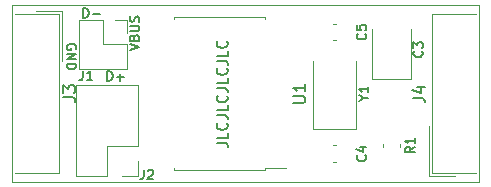
<source format=gto>
G04 #@! TF.GenerationSoftware,KiCad,Pcbnew,(5.1.0-1348-g4ca769472)*
G04 #@! TF.CreationDate,2019-07-24T13:26:59+02:00*
G04 #@! TF.ProjectId,USB Joystick Adapter 'SINCHAI' (SMD Version),55534220-4a6f-4797-9374-69636b204164,1.0*
G04 #@! TF.SameCoordinates,Original*
G04 #@! TF.FileFunction,Legend,Top*
G04 #@! TF.FilePolarity,Positive*
%FSLAX46Y46*%
G04 Gerber Fmt 4.6, Leading zero omitted, Abs format (unit mm)*
G04 Created by KiCad (PCBNEW (5.1.0-1348-g4ca769472)) date 2019-07-24 13:26:59*
%MOMM*%
%LPD*%
G04 APERTURE LIST*
%ADD10C,0.150000*%
%ADD11C,0.090000*%
%ADD12C,0.120000*%
G04 APERTURE END LIST*
D10*
X130032662Y-106475962D02*
X130675520Y-106475962D01*
X130804091Y-106518820D01*
X130889805Y-106604534D01*
X130932662Y-106733105D01*
X130932662Y-106818820D01*
X130932662Y-105618820D02*
X130932662Y-106047391D01*
X130032662Y-106047391D01*
X130846948Y-104804534D02*
X130889805Y-104847391D01*
X130932662Y-104975962D01*
X130932662Y-105061677D01*
X130889805Y-105190248D01*
X130804091Y-105275962D01*
X130718377Y-105318820D01*
X130546948Y-105361677D01*
X130418377Y-105361677D01*
X130246948Y-105318820D01*
X130161234Y-105275962D01*
X130075520Y-105190248D01*
X130032662Y-105061677D01*
X130032662Y-104975962D01*
X130075520Y-104847391D01*
X130118377Y-104804534D01*
X130032662Y-104161677D02*
X130675520Y-104161677D01*
X130804091Y-104204534D01*
X130889805Y-104290248D01*
X130932662Y-104418820D01*
X130932662Y-104504534D01*
X130932662Y-103304534D02*
X130932662Y-103733105D01*
X130032662Y-103733105D01*
X130846948Y-102490248D02*
X130889805Y-102533105D01*
X130932662Y-102661677D01*
X130932662Y-102747391D01*
X130889805Y-102875962D01*
X130804091Y-102961677D01*
X130718377Y-103004534D01*
X130546948Y-103047391D01*
X130418377Y-103047391D01*
X130246948Y-103004534D01*
X130161234Y-102961677D01*
X130075520Y-102875962D01*
X130032662Y-102747391D01*
X130032662Y-102661677D01*
X130075520Y-102533105D01*
X130118377Y-102490248D01*
X130032662Y-101847391D02*
X130675520Y-101847391D01*
X130804091Y-101890248D01*
X130889805Y-101975962D01*
X130932662Y-102104534D01*
X130932662Y-102190248D01*
X130932662Y-100990248D02*
X130932662Y-101418820D01*
X130032662Y-101418820D01*
X130846948Y-100175962D02*
X130889805Y-100218820D01*
X130932662Y-100347391D01*
X130932662Y-100433105D01*
X130889805Y-100561677D01*
X130804091Y-100647391D01*
X130718377Y-100690248D01*
X130546948Y-100733105D01*
X130418377Y-100733105D01*
X130246948Y-100690248D01*
X130161234Y-100647391D01*
X130075520Y-100561677D01*
X130032662Y-100433105D01*
X130032662Y-100347391D01*
X130075520Y-100218820D01*
X130118377Y-100175962D01*
X130032662Y-99533105D02*
X130675520Y-99533105D01*
X130804091Y-99575962D01*
X130889805Y-99661677D01*
X130932662Y-99790248D01*
X130932662Y-99875962D01*
X130932662Y-98675962D02*
X130932662Y-99104534D01*
X130032662Y-99104534D01*
X130846948Y-97861677D02*
X130889805Y-97904534D01*
X130932662Y-98033105D01*
X130932662Y-98118820D01*
X130889805Y-98247391D01*
X130804091Y-98333105D01*
X130718377Y-98375962D01*
X130546948Y-98418820D01*
X130418377Y-98418820D01*
X130246948Y-98375962D01*
X130161234Y-98333105D01*
X130075520Y-98247391D01*
X130032662Y-98118820D01*
X130032662Y-98033105D01*
X130075520Y-97904534D01*
X130118377Y-97861677D01*
D11*
X152200000Y-109800000D02*
X112700000Y-109800000D01*
X152200000Y-94800000D02*
X152200000Y-109800000D01*
X112700000Y-94800000D02*
X152200000Y-94800000D01*
X112700000Y-94800000D02*
X112700000Y-109800000D01*
D10*
X118700638Y-95891304D02*
X118700638Y-95091304D01*
X118891114Y-95091304D01*
X119005400Y-95129400D01*
X119081590Y-95205590D01*
X119119685Y-95281780D01*
X119157780Y-95434161D01*
X119157780Y-95548447D01*
X119119685Y-95700828D01*
X119081590Y-95777019D01*
X119005400Y-95853209D01*
X118891114Y-95891304D01*
X118700638Y-95891304D01*
X119500638Y-95586542D02*
X120110161Y-95586542D01*
X118078200Y-98552076D02*
X118116295Y-98475885D01*
X118116295Y-98361600D01*
X118078200Y-98247314D01*
X118002009Y-98171123D01*
X117925819Y-98133028D01*
X117773438Y-98094933D01*
X117659152Y-98094933D01*
X117506771Y-98133028D01*
X117430580Y-98171123D01*
X117354390Y-98247314D01*
X117316295Y-98361600D01*
X117316295Y-98437790D01*
X117354390Y-98552076D01*
X117392485Y-98590171D01*
X117659152Y-98590171D01*
X117659152Y-98437790D01*
X117316295Y-98933028D02*
X118116295Y-98933028D01*
X117316295Y-99390171D01*
X118116295Y-99390171D01*
X117316295Y-99771123D02*
X118116295Y-99771123D01*
X118116295Y-99961600D01*
X118078200Y-100075885D01*
X118002009Y-100152076D01*
X117925819Y-100190171D01*
X117773438Y-100228266D01*
X117659152Y-100228266D01*
X117506771Y-100190171D01*
X117430580Y-100152076D01*
X117354390Y-100075885D01*
X117316295Y-99961600D01*
X117316295Y-99771123D01*
X120732638Y-101225304D02*
X120732638Y-100425304D01*
X120923114Y-100425304D01*
X121037400Y-100463400D01*
X121113590Y-100539590D01*
X121151685Y-100615780D01*
X121189780Y-100768161D01*
X121189780Y-100882447D01*
X121151685Y-101034828D01*
X121113590Y-101111019D01*
X121037400Y-101187209D01*
X120923114Y-101225304D01*
X120732638Y-101225304D01*
X121532638Y-100920542D02*
X122142161Y-100920542D01*
X121837400Y-101225304D02*
X121837400Y-100615780D01*
X122650304Y-98621666D02*
X123450304Y-98355000D01*
X122650304Y-98088333D01*
X123031257Y-97555000D02*
X123069352Y-97440714D01*
X123107447Y-97402619D01*
X123183638Y-97364523D01*
X123297923Y-97364523D01*
X123374114Y-97402619D01*
X123412209Y-97440714D01*
X123450304Y-97516904D01*
X123450304Y-97821666D01*
X122650304Y-97821666D01*
X122650304Y-97555000D01*
X122688400Y-97478809D01*
X122726495Y-97440714D01*
X122802685Y-97402619D01*
X122878876Y-97402619D01*
X122955066Y-97440714D01*
X122993161Y-97478809D01*
X123031257Y-97555000D01*
X123031257Y-97821666D01*
X122650304Y-97021666D02*
X123297923Y-97021666D01*
X123374114Y-96983571D01*
X123412209Y-96945476D01*
X123450304Y-96869285D01*
X123450304Y-96716904D01*
X123412209Y-96640714D01*
X123374114Y-96602619D01*
X123297923Y-96564523D01*
X122650304Y-96564523D01*
X123412209Y-96221666D02*
X123450304Y-96107380D01*
X123450304Y-95916904D01*
X123412209Y-95840714D01*
X123374114Y-95802619D01*
X123297923Y-95764523D01*
X123221733Y-95764523D01*
X123145542Y-95802619D01*
X123107447Y-95840714D01*
X123069352Y-95916904D01*
X123031257Y-96069285D01*
X122993161Y-96145476D01*
X122955066Y-96183571D01*
X122878876Y-96221666D01*
X122802685Y-96221666D01*
X122726495Y-96183571D01*
X122688400Y-96145476D01*
X122650304Y-96069285D01*
X122650304Y-95878809D01*
X122688400Y-95764523D01*
D12*
X130238000Y-95788000D02*
X126378000Y-95788000D01*
X126378000Y-95788000D02*
X126378000Y-96023000D01*
X130238000Y-95788000D02*
X134098000Y-95788000D01*
X134098000Y-95788000D02*
X134098000Y-96023000D01*
X130238000Y-108808000D02*
X126378000Y-108808000D01*
X126378000Y-108808000D02*
X126378000Y-108573000D01*
X130238000Y-108808000D02*
X134098000Y-108808000D01*
X134098000Y-108808000D02*
X134098000Y-108573000D01*
X134098000Y-108573000D02*
X135913000Y-108573000D01*
X151940000Y-95576667D02*
X148200000Y-95576667D01*
X148200000Y-95576667D02*
X148200000Y-109023333D01*
X148200000Y-109023333D02*
X151940000Y-109023333D01*
X150200000Y-109263333D02*
X147960000Y-109263333D01*
X147960000Y-109263333D02*
X147960000Y-105070000D01*
X112960000Y-109023333D02*
X116700000Y-109023333D01*
X116700000Y-109023333D02*
X116700000Y-95576667D01*
X116700000Y-95576667D02*
X112960000Y-95576667D01*
X114700000Y-95336667D02*
X116940000Y-95336667D01*
X116940000Y-95336667D02*
X116940000Y-99530000D01*
X139850000Y-106690000D02*
X140150000Y-106690000D01*
X139850000Y-108110000D02*
X140150000Y-108110000D01*
X139850000Y-96390000D02*
X140150000Y-96390000D01*
X139850000Y-97810000D02*
X140150000Y-97810000D01*
X144090000Y-106550000D02*
X144090000Y-106850000D01*
X145510000Y-106550000D02*
X145510000Y-106850000D01*
X146460000Y-101070000D02*
X146460000Y-96850000D01*
X143140000Y-101070000D02*
X146460000Y-101070000D01*
X143140000Y-96850000D02*
X143140000Y-101070000D01*
X122456000Y-96090800D02*
X122456000Y-97150800D01*
X121396000Y-96090800D02*
X122456000Y-96090800D01*
X122456000Y-98150800D02*
X122456000Y-100210800D01*
X120396000Y-98150800D02*
X122456000Y-98150800D01*
X120396000Y-96090800D02*
X120396000Y-98150800D01*
X122456000Y-100210800D02*
X118336000Y-100210800D01*
X120396000Y-96090800D02*
X118336000Y-96090800D01*
X118336000Y-96090800D02*
X118336000Y-100210800D01*
X141778000Y-105296000D02*
X141778000Y-99546000D01*
X138178000Y-105296000D02*
X141778000Y-105296000D01*
X138178000Y-99546000D02*
X138178000Y-105296000D01*
X123326000Y-109331000D02*
X121996000Y-109331000D01*
X123326000Y-108001000D02*
X123326000Y-109331000D01*
X120726000Y-109331000D02*
X118126000Y-109331000D01*
X120726000Y-106731000D02*
X120726000Y-109331000D01*
X123326000Y-106731000D02*
X120726000Y-106731000D01*
X118126000Y-109331000D02*
X118126000Y-101591000D01*
X123326000Y-106731000D02*
X123326000Y-101591000D01*
X123326000Y-101591000D02*
X118126000Y-101591000D01*
D10*
X136500620Y-103088344D02*
X137310144Y-103088344D01*
X137405382Y-103040725D01*
X137453001Y-102993106D01*
X137500620Y-102897868D01*
X137500620Y-102707392D01*
X137453001Y-102612154D01*
X137405382Y-102564535D01*
X137310144Y-102516916D01*
X136500620Y-102516916D01*
X137500620Y-101516916D02*
X137500620Y-102088344D01*
X137500620Y-101802630D02*
X136500620Y-101802630D01*
X136643478Y-101897868D01*
X136738716Y-101993106D01*
X136786335Y-102088344D01*
X146617440Y-102680093D02*
X147331726Y-102680093D01*
X147474583Y-102727712D01*
X147569821Y-102822950D01*
X147617440Y-102965807D01*
X147617440Y-103061045D01*
X146950774Y-101775331D02*
X147617440Y-101775331D01*
X146569821Y-102013426D02*
X147284107Y-102251521D01*
X147284107Y-101632474D01*
X117039140Y-102619133D02*
X117753426Y-102619133D01*
X117896283Y-102666752D01*
X117991521Y-102761990D01*
X118039140Y-102904847D01*
X118039140Y-103000085D01*
X117039140Y-102238180D02*
X117039140Y-101619133D01*
X117420093Y-101952466D01*
X117420093Y-101809609D01*
X117467712Y-101714371D01*
X117515331Y-101666752D01*
X117610569Y-101619133D01*
X117848664Y-101619133D01*
X117943902Y-101666752D01*
X117991521Y-101714371D01*
X118039140Y-101809609D01*
X118039140Y-102095323D01*
X117991521Y-102190561D01*
X117943902Y-102238180D01*
X142585714Y-107533333D02*
X142623809Y-107571428D01*
X142661904Y-107685714D01*
X142661904Y-107761904D01*
X142623809Y-107876190D01*
X142547619Y-107952380D01*
X142471428Y-107990476D01*
X142319047Y-108028571D01*
X142204761Y-108028571D01*
X142052380Y-107990476D01*
X141976190Y-107952380D01*
X141900000Y-107876190D01*
X141861904Y-107761904D01*
X141861904Y-107685714D01*
X141900000Y-107571428D01*
X141938095Y-107533333D01*
X142128571Y-106847619D02*
X142661904Y-106847619D01*
X141823809Y-107038095D02*
X142395238Y-107228571D01*
X142395238Y-106733333D01*
X142585714Y-97233333D02*
X142623809Y-97271428D01*
X142661904Y-97385714D01*
X142661904Y-97461904D01*
X142623809Y-97576190D01*
X142547619Y-97652380D01*
X142471428Y-97690476D01*
X142319047Y-97728571D01*
X142204761Y-97728571D01*
X142052380Y-97690476D01*
X141976190Y-97652380D01*
X141900000Y-97576190D01*
X141861904Y-97461904D01*
X141861904Y-97385714D01*
X141900000Y-97271428D01*
X141938095Y-97233333D01*
X141861904Y-96509523D02*
X141861904Y-96890476D01*
X142242857Y-96928571D01*
X142204761Y-96890476D01*
X142166666Y-96814285D01*
X142166666Y-96623809D01*
X142204761Y-96547619D01*
X142242857Y-96509523D01*
X142319047Y-96471428D01*
X142509523Y-96471428D01*
X142585714Y-96509523D01*
X142623809Y-96547619D01*
X142661904Y-96623809D01*
X142661904Y-96814285D01*
X142623809Y-96890476D01*
X142585714Y-96928571D01*
X146761904Y-106833333D02*
X146380952Y-107100000D01*
X146761904Y-107290476D02*
X145961904Y-107290476D01*
X145961904Y-106985714D01*
X146000000Y-106909523D01*
X146038095Y-106871428D01*
X146114285Y-106833333D01*
X146228571Y-106833333D01*
X146304761Y-106871428D01*
X146342857Y-106909523D01*
X146380952Y-106985714D01*
X146380952Y-107290476D01*
X146761904Y-106071428D02*
X146761904Y-106528571D01*
X146761904Y-106300000D02*
X145961904Y-106300000D01*
X146076190Y-106376190D01*
X146152380Y-106452380D01*
X146190476Y-106528571D01*
X147385714Y-98733333D02*
X147423809Y-98771428D01*
X147461904Y-98885714D01*
X147461904Y-98961904D01*
X147423809Y-99076190D01*
X147347619Y-99152380D01*
X147271428Y-99190476D01*
X147119047Y-99228571D01*
X147004761Y-99228571D01*
X146852380Y-99190476D01*
X146776190Y-99152380D01*
X146700000Y-99076190D01*
X146661904Y-98961904D01*
X146661904Y-98885714D01*
X146700000Y-98771428D01*
X146738095Y-98733333D01*
X146661904Y-98466666D02*
X146661904Y-97971428D01*
X146966666Y-98238095D01*
X146966666Y-98123809D01*
X147004761Y-98047619D01*
X147042857Y-98009523D01*
X147119047Y-97971428D01*
X147309523Y-97971428D01*
X147385714Y-98009523D01*
X147423809Y-98047619D01*
X147461904Y-98123809D01*
X147461904Y-98352380D01*
X147423809Y-98428571D01*
X147385714Y-98466666D01*
X118681333Y-100374504D02*
X118681333Y-100945933D01*
X118643238Y-101060219D01*
X118567047Y-101136409D01*
X118452761Y-101174504D01*
X118376571Y-101174504D01*
X119481333Y-101174504D02*
X119024190Y-101174504D01*
X119252761Y-101174504D02*
X119252761Y-100374504D01*
X119176571Y-100488790D01*
X119100380Y-100564980D01*
X119024190Y-100603076D01*
X142480952Y-102680952D02*
X142861904Y-102680952D01*
X142061904Y-102947619D02*
X142480952Y-102680952D01*
X142061904Y-102414285D01*
X142861904Y-101728571D02*
X142861904Y-102185714D01*
X142861904Y-101957142D02*
X142061904Y-101957142D01*
X142176190Y-102033333D01*
X142252380Y-102109523D01*
X142290476Y-102185714D01*
X123833333Y-108761904D02*
X123833333Y-109333333D01*
X123795238Y-109447619D01*
X123719047Y-109523809D01*
X123604761Y-109561904D01*
X123528571Y-109561904D01*
X124176190Y-108838095D02*
X124214285Y-108800000D01*
X124290476Y-108761904D01*
X124480952Y-108761904D01*
X124557142Y-108800000D01*
X124595238Y-108838095D01*
X124633333Y-108914285D01*
X124633333Y-108990476D01*
X124595238Y-109104761D01*
X124138095Y-109561904D01*
X124633333Y-109561904D01*
M02*

</source>
